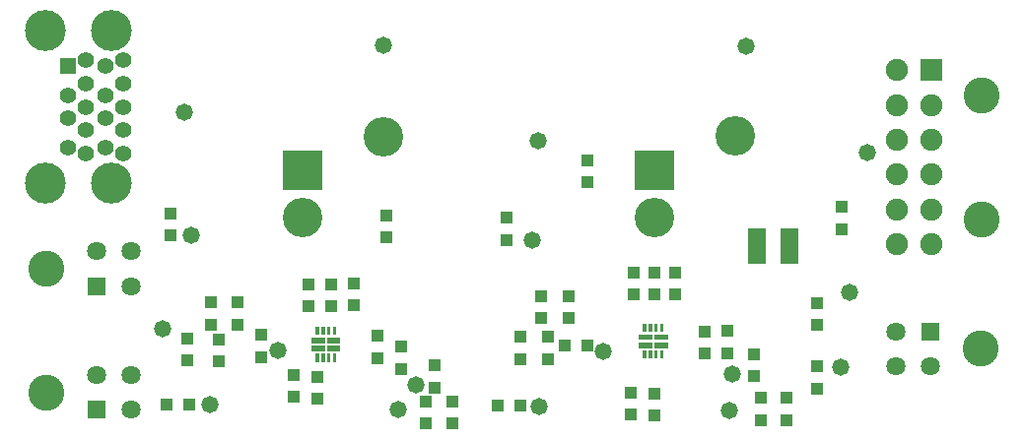
<source format=gbs>
G04*
G04 #@! TF.GenerationSoftware,Altium Limited,Altium Designer,20.2.6 (244)*
G04*
G04 Layer_Color=16711935*
%FSLAX25Y25*%
%MOIN*%
G70*
G04*
G04 #@! TF.SameCoordinates,7EBD70BA-B8F3-473B-BE4C-BEC84CDD1DDF*
G04*
G04*
G04 #@! TF.FilePolarity,Negative*
G04*
G01*
G75*
%ADD16R,0.05556X0.05556*%
%ADD17C,0.05556*%
%ADD18C,0.13855*%
%ADD19C,0.01181*%
%ADD20C,0.12205*%
%ADD21R,0.06417X0.06417*%
%ADD22C,0.06417*%
%ADD23R,0.07480X0.07480*%
%ADD24C,0.07480*%
%ADD25C,0.13394*%
%ADD26R,0.13394X0.13394*%
%ADD27C,0.05800*%
G04:AMPARAMS|DCode=42|XSize=23.62mil|YSize=7.87mil|CornerRadius=1.97mil|HoleSize=0mil|Usage=FLASHONLY|Rotation=270.000|XOffset=0mil|YOffset=0mil|HoleType=Round|Shape=RoundedRectangle|*
%AMROUNDEDRECTD42*
21,1,0.02362,0.00394,0,0,270.0*
21,1,0.01968,0.00787,0,0,270.0*
1,1,0.00394,-0.00197,-0.00984*
1,1,0.00394,-0.00197,0.00984*
1,1,0.00394,0.00197,0.00984*
1,1,0.00394,0.00197,-0.00984*
%
%ADD42ROUNDEDRECTD42*%
G04:AMPARAMS|DCode=43|XSize=41.34mil|YSize=15.75mil|CornerRadius=3.94mil|HoleSize=0mil|Usage=FLASHONLY|Rotation=180.000|XOffset=0mil|YOffset=0mil|HoleType=Round|Shape=RoundedRectangle|*
%AMROUNDEDRECTD43*
21,1,0.04134,0.00787,0,0,180.0*
21,1,0.03347,0.01575,0,0,180.0*
1,1,0.00787,-0.01673,0.00394*
1,1,0.00787,0.01673,0.00394*
1,1,0.00787,0.01673,-0.00394*
1,1,0.00787,-0.01673,-0.00394*
%
%ADD43ROUNDEDRECTD43*%
%ADD46R,0.03937X0.03937*%
%ADD47R,0.06194X0.11863*%
%ADD48R,0.03937X0.03937*%
G36*
X106504Y35658D02*
X101977D01*
Y37626D01*
X106504D01*
Y35658D01*
D02*
G37*
G36*
Y32114D02*
X105323D01*
Y34870D01*
X106504D01*
Y32114D01*
D02*
G37*
G36*
X104536D02*
X103355D01*
Y34870D01*
X104536D01*
Y32114D01*
D02*
G37*
G36*
X107292D02*
X108473D01*
Y34870D01*
X107292D01*
Y32114D01*
D02*
G37*
G36*
X109260D02*
X110442D01*
Y34870D01*
X109260D01*
Y32114D01*
D02*
G37*
G36*
X107292Y35658D02*
X111820D01*
Y37626D01*
X107292D01*
Y35658D01*
D02*
G37*
G36*
X106504Y41170D02*
X105323D01*
Y43925D01*
X106504D01*
Y41170D01*
D02*
G37*
G36*
X104536D02*
X103355D01*
Y43925D01*
X104536D01*
Y41170D01*
D02*
G37*
G36*
X106504Y38414D02*
X101977D01*
Y40382D01*
X106504D01*
Y38414D01*
D02*
G37*
G36*
X110442Y41170D02*
X109260D01*
Y43925D01*
X110442D01*
Y41170D01*
D02*
G37*
G36*
X108473D02*
X107292D01*
Y43925D01*
X108473D01*
Y41170D01*
D02*
G37*
G36*
X111820Y38414D02*
X107292D01*
Y40382D01*
X111820D01*
Y38414D01*
D02*
G37*
G36*
X214049Y33203D02*
X215230D01*
Y35959D01*
X214049D01*
Y33203D01*
D02*
G37*
G36*
X216018D02*
X217199D01*
Y35959D01*
X216018D01*
Y33203D01*
D02*
G37*
G36*
X212671Y36747D02*
X217199D01*
Y38715D01*
X212671D01*
Y36747D01*
D02*
G37*
G36*
X217986Y33203D02*
X219167D01*
Y35959D01*
X217986D01*
Y33203D01*
D02*
G37*
G36*
X219955D02*
X221136D01*
Y35959D01*
X219955D01*
Y33203D01*
D02*
G37*
G36*
X217986Y36747D02*
X222514D01*
Y38715D01*
X217986D01*
Y36747D01*
D02*
G37*
G36*
X217199Y42259D02*
X216018D01*
Y45014D01*
X217199D01*
Y42259D01*
D02*
G37*
G36*
X215230D02*
X214049D01*
Y45014D01*
X215230D01*
Y42259D01*
D02*
G37*
G36*
X217199Y39503D02*
X212671D01*
Y41471D01*
X217199D01*
Y39503D01*
D02*
G37*
G36*
X221136Y42259D02*
X219955D01*
Y45014D01*
X221136D01*
Y42259D01*
D02*
G37*
G36*
X219167D02*
X217986D01*
Y45014D01*
X219167D01*
Y42259D01*
D02*
G37*
G36*
X222514Y39503D02*
X217986D01*
Y41471D01*
X222514D01*
Y39503D01*
D02*
G37*
D16*
X19720Y132212D02*
D03*
D17*
Y104654D02*
D03*
Y122370D02*
D03*
Y114496D02*
D03*
X32318Y132212D02*
D03*
Y104654D02*
D03*
Y122370D02*
D03*
Y114496D02*
D03*
X25626Y134181D02*
D03*
Y126307D02*
D03*
Y102685D02*
D03*
Y110559D02*
D03*
Y118433D02*
D03*
X38224Y134181D02*
D03*
Y126307D02*
D03*
Y102685D02*
D03*
Y110559D02*
D03*
Y118433D02*
D03*
D18*
X11846Y144299D02*
D03*
Y92567D02*
D03*
X34208D02*
D03*
Y144299D02*
D03*
D19*
X216018Y40487D02*
D03*
Y37731D02*
D03*
X219167D02*
D03*
Y40487D02*
D03*
X105323Y39398D02*
D03*
Y36642D02*
D03*
X108473D02*
D03*
Y39398D02*
D03*
D20*
X12330Y21784D02*
D03*
Y63585D02*
D03*
X328738Y80344D02*
D03*
Y122469D02*
D03*
X328438Y36569D02*
D03*
D21*
X29338Y15879D02*
D03*
Y57679D02*
D03*
X311430Y42475D02*
D03*
D22*
X29338Y27690D02*
D03*
X41149Y15879D02*
D03*
Y27690D02*
D03*
Y69490D02*
D03*
Y57679D02*
D03*
X29338Y69490D02*
D03*
X311430Y30664D02*
D03*
X299619Y42475D02*
D03*
Y30664D02*
D03*
D23*
X311809Y130934D02*
D03*
D24*
X299998D02*
D03*
X311809Y119123D02*
D03*
X299998D02*
D03*
X311809Y107312D02*
D03*
X299998D02*
D03*
X311809Y95501D02*
D03*
X299998D02*
D03*
X311809Y83690D02*
D03*
X299998D02*
D03*
X311809Y71879D02*
D03*
X299998D02*
D03*
D25*
X99052Y80832D02*
D03*
X126490Y108270D02*
D03*
X245320Y108500D02*
D03*
X217882Y81062D02*
D03*
D26*
X99052Y96905D02*
D03*
X217882Y97135D02*
D03*
D27*
X289960Y102980D02*
D03*
X248900Y139140D02*
D03*
X126500Y139390D02*
D03*
X178660Y106860D02*
D03*
X59100Y116670D02*
D03*
X90830Y36080D02*
D03*
X243310Y15730D02*
D03*
X131470Y16010D02*
D03*
X200570Y35590D02*
D03*
X244460Y28130D02*
D03*
X137240Y24460D02*
D03*
X61270Y74970D02*
D03*
X67510Y17640D02*
D03*
X176700Y73310D02*
D03*
X178850Y17000D02*
D03*
X280890Y30350D02*
D03*
X284130Y55660D02*
D03*
X51640Y43380D02*
D03*
D42*
X220545Y43637D02*
D03*
X218577D02*
D03*
X216608D02*
D03*
X214640D02*
D03*
Y34581D02*
D03*
X216608D02*
D03*
X218577D02*
D03*
X220545D02*
D03*
X109851Y42548D02*
D03*
X107882D02*
D03*
X105914D02*
D03*
X103945D02*
D03*
Y33492D02*
D03*
X105914D02*
D03*
X107882D02*
D03*
X109851D02*
D03*
D43*
X214935Y40487D02*
D03*
Y37731D02*
D03*
X220250D02*
D03*
Y40487D02*
D03*
X104241Y39398D02*
D03*
Y36642D02*
D03*
X109556D02*
D03*
Y39398D02*
D03*
D46*
X127240Y74190D02*
D03*
Y81670D02*
D03*
X195490Y92910D02*
D03*
Y100390D02*
D03*
X281270Y77020D02*
D03*
Y84500D02*
D03*
X168070Y80860D02*
D03*
Y73380D02*
D03*
X84930Y41180D02*
D03*
Y33700D02*
D03*
X272928Y23090D02*
D03*
Y30570D02*
D03*
X262542Y19829D02*
D03*
Y12349D02*
D03*
X254042Y19829D02*
D03*
Y12349D02*
D03*
X251720Y34630D02*
D03*
Y27150D02*
D03*
X224908Y54890D02*
D03*
Y62370D02*
D03*
X218058D02*
D03*
Y54890D02*
D03*
X210908D02*
D03*
Y62370D02*
D03*
X188968Y54310D02*
D03*
Y46830D02*
D03*
X179788Y54390D02*
D03*
Y46910D02*
D03*
X132428Y37210D02*
D03*
Y29730D02*
D03*
X70818Y39660D02*
D03*
Y32180D02*
D03*
X59938Y40010D02*
D03*
Y32530D02*
D03*
X54190Y82410D02*
D03*
Y74930D02*
D03*
X273010Y44630D02*
D03*
Y52110D02*
D03*
X242638Y42500D02*
D03*
Y35020D02*
D03*
X235078Y42420D02*
D03*
Y34940D02*
D03*
X217850Y21450D02*
D03*
Y13970D02*
D03*
X210070Y21690D02*
D03*
Y14210D02*
D03*
X182162Y40589D02*
D03*
Y33109D02*
D03*
X172708Y40570D02*
D03*
Y33090D02*
D03*
X149658Y18650D02*
D03*
Y11170D02*
D03*
X143830Y30950D02*
D03*
Y23470D02*
D03*
X140658Y18650D02*
D03*
Y11170D02*
D03*
X124438Y40870D02*
D03*
Y33390D02*
D03*
X116258Y51310D02*
D03*
Y58790D02*
D03*
X108748Y58430D02*
D03*
Y50950D02*
D03*
X103858Y27050D02*
D03*
Y19570D02*
D03*
X100888Y50940D02*
D03*
Y58420D02*
D03*
X95838Y27700D02*
D03*
Y20220D02*
D03*
X76898Y52260D02*
D03*
Y44780D02*
D03*
X67878Y52210D02*
D03*
Y44730D02*
D03*
D47*
X252570Y71300D02*
D03*
X263751D02*
D03*
D48*
X165038Y17220D02*
D03*
X172518D02*
D03*
X187700Y37780D02*
D03*
X195180D02*
D03*
X53038Y17690D02*
D03*
X60518D02*
D03*
M02*

</source>
